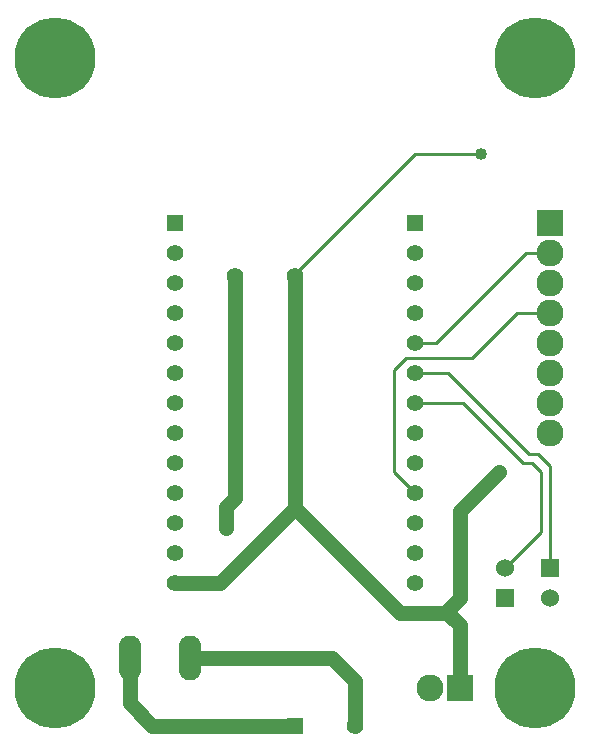
<source format=gbr>
G04 #@! TF.FileFunction,Copper,L2,Bot,Signal*
%FSLAX46Y46*%
G04 Gerber Fmt 4.6, Leading zero omitted, Abs format (unit mm)*
G04 Created by KiCad (PCBNEW 4.0.1-stable) date 1/29/2016 6:59:16 PM*
%MOMM*%
G01*
G04 APERTURE LIST*
%ADD10C,0.100000*%
%ADD11C,6.858000*%
%ADD12O,1.905000X3.810000*%
%ADD13C,1.397000*%
%ADD14R,1.397000X1.397000*%
%ADD15R,2.275000X2.275000*%
%ADD16C,2.275000*%
%ADD17R,1.524000X1.524000*%
%ADD18C,1.524000*%
%ADD19C,1.016000*%
%ADD20C,1.270000*%
%ADD21C,0.254000*%
G04 APERTURE END LIST*
D10*
D11*
X45720000Y-58420000D03*
X5080000Y-58420000D03*
X5080000Y-5080000D03*
D12*
X16510000Y-55880000D03*
X11430000Y-55880000D03*
D13*
X35560000Y-49530000D03*
X35560000Y-44450000D03*
X35560000Y-46990000D03*
X35560000Y-41910000D03*
X35560000Y-31750000D03*
X35560000Y-34290000D03*
X35560000Y-39370000D03*
X35560000Y-36830000D03*
X35560000Y-26670000D03*
X35560000Y-29210000D03*
X35560000Y-24130000D03*
X35560000Y-21590000D03*
D14*
X35560000Y-19050000D03*
D13*
X15240000Y-49530000D03*
X15240000Y-44450000D03*
X15240000Y-46990000D03*
X15240000Y-41910000D03*
X15240000Y-31750000D03*
X15240000Y-34290000D03*
X15240000Y-39370000D03*
X15240000Y-36830000D03*
X15240000Y-26670000D03*
X15240000Y-29210000D03*
X15240000Y-24130000D03*
X15240000Y-21590000D03*
D14*
X15240000Y-19050000D03*
D15*
X39370000Y-58420000D03*
D16*
X36830000Y-58420000D03*
X46990000Y-34290000D03*
X46990000Y-31750000D03*
X46990000Y-36830000D03*
X46990000Y-29210000D03*
X46990000Y-26670000D03*
D15*
X46990000Y-19050000D03*
D16*
X46990000Y-21590000D03*
X46990000Y-24130000D03*
D14*
X25400000Y-61595000D03*
D13*
X30480000Y-61595000D03*
X25400000Y-23495000D03*
X20320000Y-23495000D03*
D11*
X45720000Y-5080000D03*
D17*
X46990000Y-48260000D03*
D18*
X46990000Y-50800000D03*
D17*
X43180000Y-50800000D03*
D18*
X43180000Y-48260000D03*
D19*
X42672000Y-40132000D03*
X41148000Y-13208000D03*
X27940000Y-45720000D03*
X19558000Y-44831000D03*
D20*
X39370000Y-43815000D02*
X39370000Y-43434000D01*
X38227000Y-51943000D02*
X39370000Y-50800000D01*
X39370000Y-50800000D02*
X39370000Y-43815000D01*
X39370000Y-43434000D02*
X42672000Y-40132000D01*
D21*
X25400000Y-23495000D02*
X25400000Y-23368000D01*
X25400000Y-23368000D02*
X35560000Y-13208000D01*
X35560000Y-13208000D02*
X41148000Y-13208000D01*
D20*
X39370000Y-58420000D02*
X39370000Y-53086000D01*
X39370000Y-53086000D02*
X38227000Y-51943000D01*
X25400000Y-43180000D02*
X19050000Y-49530000D01*
X17653000Y-49530000D02*
X15240000Y-49530000D01*
X19050000Y-49530000D02*
X17653000Y-49530000D01*
X25400000Y-41783000D02*
X25400000Y-43180000D01*
X38100000Y-52070000D02*
X38227000Y-51943000D01*
X27940000Y-45720000D02*
X34290000Y-52070000D01*
X34290000Y-52070000D02*
X38100000Y-52070000D01*
X25400000Y-43180000D02*
X27940000Y-45720000D01*
X25400000Y-23495000D02*
X25400000Y-41783000D01*
D21*
X35560000Y-41910000D02*
X33782000Y-40132000D01*
X44196000Y-26670000D02*
X46990000Y-26670000D01*
X40386000Y-30480000D02*
X44196000Y-26670000D01*
X34798000Y-30480000D02*
X40386000Y-30480000D01*
X33782000Y-31496000D02*
X34798000Y-30480000D01*
X33782000Y-40132000D02*
X33782000Y-31496000D01*
X35560000Y-29210000D02*
X37338000Y-29210000D01*
X44958000Y-21590000D02*
X46990000Y-21590000D01*
X37338000Y-29210000D02*
X44958000Y-21590000D01*
D20*
X25400000Y-61595000D02*
X13335000Y-61595000D01*
X11430000Y-59690000D02*
X11430000Y-55880000D01*
X13335000Y-61595000D02*
X11430000Y-59690000D01*
X16510000Y-55880000D02*
X28575000Y-55880000D01*
X30480000Y-57785000D02*
X30480000Y-61595000D01*
X28575000Y-55880000D02*
X30480000Y-57785000D01*
X20320000Y-42291000D02*
X20320000Y-23495000D01*
X19558000Y-43053000D02*
X19558000Y-44831000D01*
X20320000Y-42291000D02*
X19558000Y-43053000D01*
D21*
X35560000Y-31750000D02*
X38354000Y-31750000D01*
X46990000Y-39624000D02*
X46990000Y-48260000D01*
X45974000Y-38608000D02*
X46990000Y-39624000D01*
X45212000Y-38608000D02*
X45974000Y-38608000D01*
X38354000Y-31750000D02*
X45212000Y-38608000D01*
X35560000Y-34290000D02*
X39624000Y-34290000D01*
X46228000Y-45212000D02*
X43180000Y-48260000D01*
X46228000Y-40132000D02*
X46228000Y-45212000D01*
X45466000Y-39370000D02*
X46228000Y-40132000D01*
X44704000Y-39370000D02*
X45466000Y-39370000D01*
X39624000Y-34290000D02*
X44704000Y-39370000D01*
M02*

</source>
